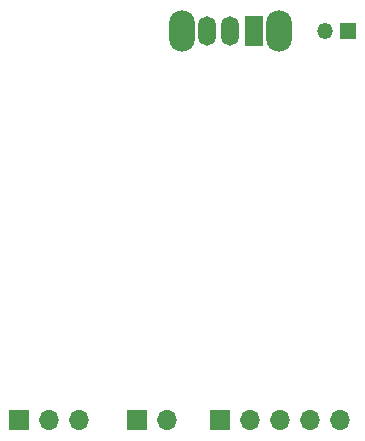
<source format=gbs>
%TF.GenerationSoftware,KiCad,Pcbnew,8.0.7*%
%TF.CreationDate,2025-01-03T22:16:07+08:00*%
%TF.ProjectId,remote_fingers_ESP8266,72656d6f-7465-45f6-9669-6e676572735f,rev?*%
%TF.SameCoordinates,Original*%
%TF.FileFunction,Soldermask,Bot*%
%TF.FilePolarity,Negative*%
%FSLAX46Y46*%
G04 Gerber Fmt 4.6, Leading zero omitted, Abs format (unit mm)*
G04 Created by KiCad (PCBNEW 8.0.7) date 2025-01-03 22:16:07*
%MOMM*%
%LPD*%
G01*
G04 APERTURE LIST*
%ADD10O,2.200000X3.500000*%
%ADD11R,1.500000X2.500000*%
%ADD12O,1.500000X2.500000*%
%ADD13R,1.700000X1.700000*%
%ADD14O,1.700000X1.700000*%
%ADD15R,1.350000X1.350000*%
%ADD16O,1.350000X1.350000*%
G04 APERTURE END LIST*
D10*
%TO.C,SW1*%
X97000000Y-83000000D03*
X88800000Y-83000000D03*
D11*
X94900000Y-83000000D03*
D12*
X92900000Y-83000000D03*
X90900000Y-83000000D03*
%TD*%
D13*
%TO.C,J4*%
X85000000Y-116000000D03*
D14*
X87540000Y-116000000D03*
%TD*%
D13*
%TO.C,J3*%
X92000000Y-116000000D03*
D14*
X94540000Y-116000000D03*
X97080000Y-116000000D03*
X99620000Y-116000000D03*
X102160000Y-116000000D03*
%TD*%
D13*
%TO.C,J2*%
X75000000Y-116000000D03*
D14*
X77540000Y-116000000D03*
X80080000Y-116000000D03*
%TD*%
D15*
%TO.C,J1*%
X102900000Y-83000000D03*
D16*
X100900000Y-83000000D03*
%TD*%
M02*

</source>
